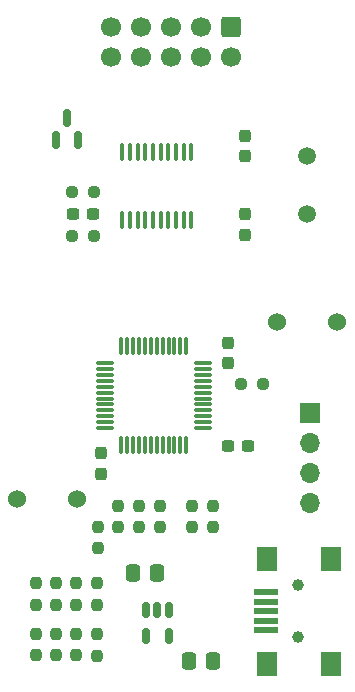
<source format=gbr>
%TF.GenerationSoftware,KiCad,Pcbnew,7.0.1*%
%TF.CreationDate,2023-03-18T11:39:06+07:00*%
%TF.ProjectId,BMP,424d502e-6b69-4636-9164-5f7063625858,rev?*%
%TF.SameCoordinates,Original*%
%TF.FileFunction,Soldermask,Top*%
%TF.FilePolarity,Negative*%
%FSLAX46Y46*%
G04 Gerber Fmt 4.6, Leading zero omitted, Abs format (unit mm)*
G04 Created by KiCad (PCBNEW 7.0.1) date 2023-03-18 11:39:06*
%MOMM*%
%LPD*%
G01*
G04 APERTURE LIST*
G04 Aperture macros list*
%AMRoundRect*
0 Rectangle with rounded corners*
0 $1 Rounding radius*
0 $2 $3 $4 $5 $6 $7 $8 $9 X,Y pos of 4 corners*
0 Add a 4 corners polygon primitive as box body*
4,1,4,$2,$3,$4,$5,$6,$7,$8,$9,$2,$3,0*
0 Add four circle primitives for the rounded corners*
1,1,$1+$1,$2,$3*
1,1,$1+$1,$4,$5*
1,1,$1+$1,$6,$7*
1,1,$1+$1,$8,$9*
0 Add four rect primitives between the rounded corners*
20,1,$1+$1,$2,$3,$4,$5,0*
20,1,$1+$1,$4,$5,$6,$7,0*
20,1,$1+$1,$6,$7,$8,$9,0*
20,1,$1+$1,$8,$9,$2,$3,0*%
G04 Aperture macros list end*
%ADD10C,1.700000*%
%ADD11RoundRect,0.250000X-0.600000X0.600000X-0.600000X-0.600000X0.600000X-0.600000X0.600000X0.600000X0*%
%ADD12O,1.700000X1.700000*%
%ADD13R,1.700000X1.700000*%
%ADD14RoundRect,0.237500X0.237500X-0.250000X0.237500X0.250000X-0.237500X0.250000X-0.237500X-0.250000X0*%
%ADD15RoundRect,0.237500X-0.237500X0.250000X-0.237500X-0.250000X0.237500X-0.250000X0.237500X0.250000X0*%
%ADD16RoundRect,0.237500X0.237500X-0.300000X0.237500X0.300000X-0.237500X0.300000X-0.237500X-0.300000X0*%
%ADD17RoundRect,0.250000X0.337500X0.475000X-0.337500X0.475000X-0.337500X-0.475000X0.337500X-0.475000X0*%
%ADD18C,1.524000*%
%ADD19RoundRect,0.237500X0.250000X0.237500X-0.250000X0.237500X-0.250000X-0.237500X0.250000X-0.237500X0*%
%ADD20RoundRect,0.075000X-0.662500X0.075000X-0.662500X-0.075000X0.662500X-0.075000X0.662500X0.075000X0*%
%ADD21RoundRect,0.075000X-0.075000X0.662500X-0.075000X-0.662500X0.075000X-0.662500X0.075000X0.662500X0*%
%ADD22R,1.700000X2.000000*%
%ADD23R,2.000000X0.500000*%
%ADD24C,1.000000*%
%ADD25RoundRect,0.237500X0.300000X0.237500X-0.300000X0.237500X-0.300000X-0.237500X0.300000X-0.237500X0*%
%ADD26RoundRect,0.150000X-0.150000X0.512500X-0.150000X-0.512500X0.150000X-0.512500X0.150000X0.512500X0*%
%ADD27C,1.500000*%
%ADD28RoundRect,0.100000X-0.100000X0.637500X-0.100000X-0.637500X0.100000X-0.637500X0.100000X0.637500X0*%
%ADD29RoundRect,0.237500X-0.237500X0.300000X-0.237500X-0.300000X0.237500X-0.300000X0.237500X0.300000X0*%
%ADD30RoundRect,0.150000X0.150000X-0.587500X0.150000X0.587500X-0.150000X0.587500X-0.150000X-0.587500X0*%
G04 APERTURE END LIST*
D10*
%TO.C,J2*%
X12670000Y-8040000D03*
X12670000Y-5500000D03*
X15210000Y-8040000D03*
X15210000Y-5500000D03*
X17750000Y-8040000D03*
X17750000Y-5500000D03*
X20290000Y-8040000D03*
X20290000Y-5500000D03*
X22830000Y-8040000D03*
D11*
X22830000Y-5500000D03*
%TD*%
D12*
%TO.C,J1*%
X29500000Y-45870000D03*
X29500000Y-43330000D03*
X29500000Y-40790000D03*
D13*
X29500000Y-38250000D03*
%TD*%
D14*
%TO.C,R4*%
X15000000Y-46087500D03*
X15000000Y-47912500D03*
%TD*%
D15*
%TO.C,R1*%
X19500000Y-47912500D03*
X19500000Y-46087500D03*
%TD*%
D16*
%TO.C,C7*%
X24000000Y-21400000D03*
X24000000Y-23125000D03*
%TD*%
D15*
%TO.C,R11*%
X7966666Y-54450000D03*
X7966666Y-52625000D03*
%TD*%
D14*
%TO.C,D3*%
X7966666Y-56912500D03*
X7966666Y-58737500D03*
%TD*%
D17*
%TO.C,C1*%
X14462500Y-51750000D03*
X16537500Y-51750000D03*
%TD*%
D18*
%TO.C,SW1*%
X9790000Y-45500000D03*
X4710000Y-45500000D03*
%TD*%
D19*
%TO.C,R13*%
X23675000Y-35750000D03*
X25500000Y-35750000D03*
%TD*%
D20*
%TO.C,U1*%
X20412500Y-34000000D03*
X20412500Y-34500000D03*
X20412500Y-35000000D03*
X20412500Y-35500000D03*
X20412500Y-36000000D03*
X20412500Y-36500000D03*
X20412500Y-37000000D03*
X20412500Y-37500000D03*
X20412500Y-38000000D03*
X20412500Y-38500000D03*
X20412500Y-39000000D03*
X20412500Y-39500000D03*
D21*
X19000000Y-40912500D03*
X18500000Y-40912500D03*
X18000000Y-40912500D03*
X17500000Y-40912500D03*
X17000000Y-40912500D03*
X16500000Y-40912500D03*
X16000000Y-40912500D03*
X15500000Y-40912500D03*
X15000000Y-40912500D03*
X14500000Y-40912500D03*
X14000000Y-40912500D03*
X13500000Y-40912500D03*
D20*
X12087500Y-39500000D03*
X12087500Y-39000000D03*
X12087500Y-38500000D03*
X12087500Y-38000000D03*
X12087500Y-37500000D03*
X12087500Y-37000000D03*
X12087500Y-36500000D03*
X12087500Y-36000000D03*
X12087500Y-35500000D03*
X12087500Y-35000000D03*
X12087500Y-34500000D03*
X12087500Y-34000000D03*
D21*
X13500000Y-32587500D03*
X14000000Y-32587500D03*
X14500000Y-32587500D03*
X15000000Y-32587500D03*
X15500000Y-32587500D03*
X16000000Y-32587500D03*
X16500000Y-32587500D03*
X17000000Y-32587500D03*
X17500000Y-32587500D03*
X18000000Y-32587500D03*
X18500000Y-32587500D03*
X19000000Y-32587500D03*
%TD*%
D19*
%TO.C,R8*%
X9337500Y-23250000D03*
X11162500Y-23250000D03*
%TD*%
D22*
%TO.C,CN1*%
X31275000Y-50550000D03*
X25825000Y-50550000D03*
X31275000Y-59450000D03*
X25825000Y-59450000D03*
D23*
X25725000Y-53400000D03*
X25725000Y-54200000D03*
X25725000Y-55000000D03*
X25725000Y-55800000D03*
X25725000Y-56600000D03*
D24*
X28425000Y-52800000D03*
X28425000Y-57200000D03*
%TD*%
D25*
%TO.C,C6*%
X9387500Y-21375000D03*
X11112500Y-21375000D03*
%TD*%
D26*
%TO.C,U3*%
X17500000Y-57137500D03*
X15600000Y-57137500D03*
X15600000Y-54862500D03*
X16550000Y-54862500D03*
X17500000Y-54862500D03*
%TD*%
D14*
%TO.C,D2*%
X9683334Y-56912500D03*
X9683334Y-58737500D03*
%TD*%
D15*
%TO.C,R12*%
X6250000Y-54450000D03*
X6250000Y-52625000D03*
%TD*%
D27*
%TO.C,Y1*%
X29250000Y-21375000D03*
X29250000Y-16475000D03*
%TD*%
D28*
%TO.C,U2*%
X19425000Y-21862500D03*
X18775000Y-21862500D03*
X18125000Y-21862500D03*
X17475000Y-21862500D03*
X16825000Y-21862500D03*
X16175000Y-21862500D03*
X15525000Y-21862500D03*
X14875000Y-21862500D03*
X14225000Y-21862500D03*
X13575000Y-21862500D03*
X13575000Y-16137500D03*
X14225000Y-16137500D03*
X14875000Y-16137500D03*
X15525000Y-16137500D03*
X16175000Y-16137500D03*
X16825000Y-16137500D03*
X17475000Y-16137500D03*
X18125000Y-16137500D03*
X18775000Y-16137500D03*
X19425000Y-16137500D03*
%TD*%
D25*
%TO.C,C5*%
X22500000Y-41000000D03*
X24225000Y-41000000D03*
%TD*%
D19*
%TO.C,R6*%
X9337500Y-19500000D03*
X11162500Y-19500000D03*
%TD*%
D18*
%TO.C,SW2*%
X31790000Y-30500000D03*
X26710000Y-30500000D03*
%TD*%
D29*
%TO.C,C3*%
X22500000Y-34000000D03*
X22500000Y-32275000D03*
%TD*%
%TO.C,C8*%
X24000000Y-16475000D03*
X24000000Y-14750000D03*
%TD*%
D15*
%TO.C,R5*%
X11500000Y-49662500D03*
X11500000Y-47837500D03*
%TD*%
%TO.C,R2*%
X21250000Y-47912500D03*
X21250000Y-46087500D03*
%TD*%
D14*
%TO.C,D1*%
X11433334Y-56937500D03*
X11433334Y-58762500D03*
%TD*%
D30*
%TO.C,Q1*%
X8887500Y-13250000D03*
X9837500Y-15125000D03*
X7937500Y-15125000D03*
%TD*%
D15*
%TO.C,R7*%
X13250000Y-47912500D03*
X13250000Y-46087500D03*
%TD*%
D14*
%TO.C,D4*%
X6250000Y-56912500D03*
X6250000Y-58737500D03*
%TD*%
D15*
%TO.C,R9*%
X11433334Y-54475000D03*
X11433334Y-52650000D03*
%TD*%
%TO.C,R3*%
X16750000Y-47912500D03*
X16750000Y-46087500D03*
%TD*%
D16*
%TO.C,C4*%
X11750000Y-43362500D03*
X11750000Y-41637500D03*
%TD*%
D15*
%TO.C,R10*%
X9683334Y-54450000D03*
X9683334Y-52625000D03*
%TD*%
D17*
%TO.C,C2*%
X19212500Y-59250000D03*
X21287500Y-59250000D03*
%TD*%
M02*

</source>
